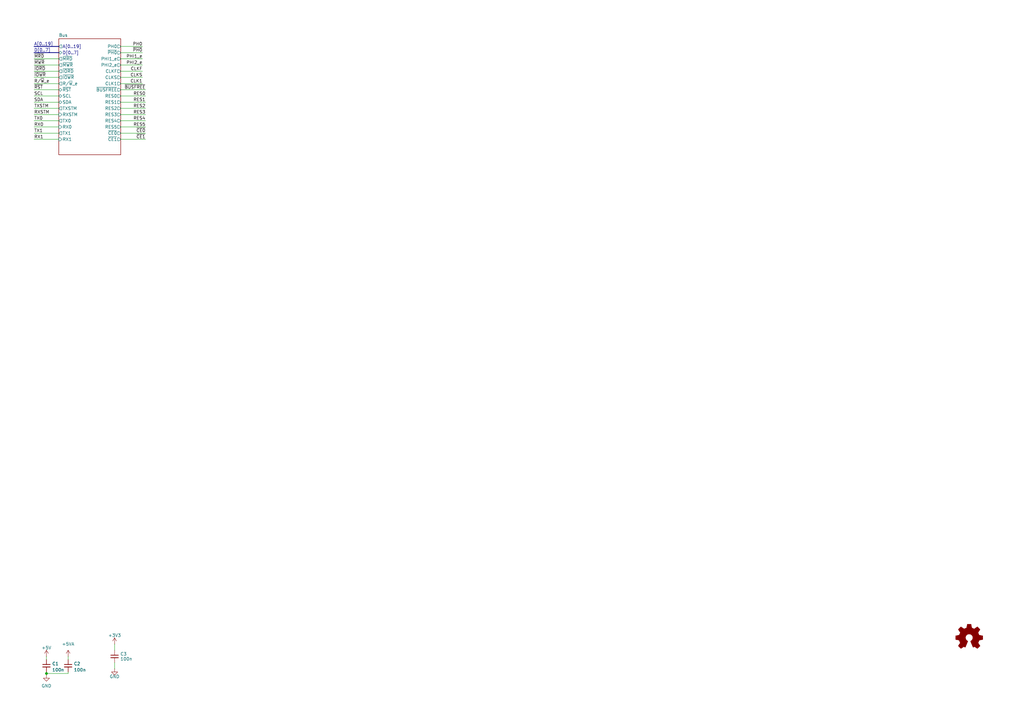
<source format=kicad_sch>
(kicad_sch (version 20231120) (generator "eeschema") (generator_version "8.0")
  (paper "A3")
  (title_block (title "Unicomp v3 - xxx Board") (date "2024-10-01") (rev "v1.0") (company "100% Offner") (comment 1 "v1.0: Initial"))
  (lib_symbols
    (symbol "Device:C_Small" (pin_numbers hide) (pin_names (offset 0.254) hide)
      (property "Reference" "C" (at 0.254 1.778 0))
      (property "Value" "C_Small" (at 0.254 -2.032 0))
      (symbol "C_Small_0_1"
        (polyline (pts (xy -1.524 -0.508) (xy 1.524 -0.508)) (stroke (width 0.3302)))
        (polyline (pts (xy -1.524 0.508) (xy 1.524 0.508)) (stroke (width 0.3048)))
      )
      (symbol "C_Small_1_1"
        (pin passive line (at 0 2.54 270) (length 2.032) (name "~") (number "1"))
        (pin passive line (at 0 -2.54 90) (length 2.032) (name "~") (number "2"))
      )
    )
    (symbol "Graphic:Logo_Open_Hardware_Small" (in_bom no) (on_board no)
      (symbol "Logo_Open_Hardware_Small_0_1"
        (polyline (pts (xy 3.3528 -4.3434) (xy 3.302 -4.318) (xy 3.175 -4.2418) (xy 2.9972 -4.1148) (xy 2.7686 -3.9624) (xy 2.54 -3.81) (xy 2.3622 -3.7084) (xy 2.2352 -3.6068) (xy 2.1844 -3.5814) (xy 2.159 -3.6068) (xy 2.0574 -3.6576) (xy 1.905 -3.7338) (xy 1.8034 -3.7846) (xy 1.6764 -3.8354) (xy 1.6002 -3.8354) (xy 1.6002 -3.8354) (xy 1.5494 -3.7338) (xy 1.4732 -3.5306) (xy 1.3462 -3.302) (xy 1.2446 -3.0226) (xy 1.1176 -2.7178) (xy 0.9652 -2.413) (xy 0.8636 -2.1082) (xy 0.7366 -1.8288) (xy 0.6604 -1.6256) (xy 0.6096 -1.4732) (xy 0.5842 -1.397) (xy 0.5842 -1.397) (xy 0.6604 -1.3208) (xy 0.7874 -1.2446) (xy 1.0414 -1.016) (xy 1.2954 -0.6858) (xy 1.4478 -0.3302) (xy 1.524 0.0762) (xy 1.4732 0.4572) (xy 1.3208 0.8128) (xy 1.0668 1.143) (xy 0.762 1.3716) (xy 0.4064 1.524) (xy 0 1.5748) (xy -0.381 1.5494) (xy -0.7366 1.397) (xy -1.0668 1.143) (xy -1.2192 0.9906) (xy -1.397 0.6604) (xy -1.524 0.3048) (xy -1.524 0.2286) (xy -1.4986 -0.1778) (xy -1.397 -0.5334) (xy -1.1938 -0.8636) (xy -0.9144 -1.143) (xy -0.8636 -1.1684) (xy -0.7366 -1.27) (xy -0.635 -1.3462) (xy -0.5842 -1.397) (xy -1.0668 -2.5908) (xy -1.143 -2.794) (xy -1.2954 -3.1242) (xy -1.397 -3.4036) (xy -1.4986 -3.6322) (xy -1.5748 -3.7846) (xy -1.6002 -3.8354) (xy -1.6002 -3.8354) (xy -1.651 -3.8354) (xy -1.7272 -3.81) (xy -1.905 -3.7338) (xy -2.0066 -3.683) (xy -2.1336 -3.6068) (xy -2.2098 -3.5814) (xy -2.2606 -3.6068) (xy -2.3622 -3.683) (xy -2.54 -3.81) (xy -2.7686 -3.9624) (xy -2.9718 -4.0894) (xy -3.1496 -4.2164) (xy -3.302 -4.318) (xy -3.3528 -4.3434) (xy -3.3782 -4.3434) (xy -3.429 -4.318) (xy -3.5306 -4.2164) (xy -3.7084 -4.064) (xy -3.937 -3.8354) (xy -3.9624 -3.81) (xy -4.1656 -3.6068) (xy -4.318 -3.4544) (xy -4.4196 -3.3274) (xy -4.445 -3.2766) (xy -4.445 -3.2766) (xy -4.4196 -3.2258) (xy -4.318 -3.0734) (xy -4.2164 -2.8956) (xy -4.064 -2.667) (xy -3.6576 -2.0828) (xy -3.8862 -1.5494) (xy -3.937 -1.3716) (xy -4.0386 -1.1684) (xy -4.0894 -1.0414) (xy -4.1148 -0.9652) (xy -4.191 -0.9398) (xy -4.318 -0.9144) (xy -4.5466 -0.8636) (xy -4.8006 -0.8128) (xy -5.0546 -0.7874) (xy -5.2578 -0.7366) (xy -5.4356 -0.7112) (xy -5.5118 -0.6858) (xy -5.5118 -0.6858) (xy -5.5372 -0.635) (xy -5.5372 -0.5588) (xy -5.5372 -0.4318) (xy -5.5626 -0.2286) (xy -5.5626 0.0762) (xy -5.5626 0.127) (xy -5.5372 0.4064) (xy -5.5372 0.635) (xy -5.5372 0.762) (xy -5.5372 0.8382) (xy -5.5372 0.8382) (xy -5.461 0.8382) (xy -5.3086 0.889) (xy -5.08 0.9144) (xy -4.826 0.9652) (xy -4.8006 0.9906) (xy -4.5466 1.0414) (xy -4.318 1.0668) (xy -4.1656 1.1176) (xy -4.0894 1.143) (xy -4.0894 1.143) (xy -4.0386 1.2446) (xy -3.9624 1.4224) (xy -3.8608 1.6256) (xy -3.7846 1.8288) (xy -3.7084 2.0066) (xy -3.6576 2.159) (xy -3.6322 2.2098) (xy -3.6322 2.2098) (xy -3.683 2.286) (xy -3.7592 2.413) (xy -3.8862 2.5908) (xy -4.064 2.8194) (xy -4.064 2.8448) (xy -4.2164 3.0734) (xy -4.3434 3.2512) (xy -4.4196 3.3782) (xy -4.445 3.4544) (xy -4.445 3.4544) (xy -4.3942 3.5052) (xy -4.2926 3.6322) (xy -4.1148 3.81) (xy -3.937 4.0132) (xy -3.8608 4.064) (xy -3.6576 4.2926) (xy -3.5052 4.4196) (xy -3.4036 4.4958) (xy -3.3528 4.5212) (xy -3.3528 4.5212) (xy -3.302 4.4704) (xy -3.1496 4.3688) (xy -2.9718 4.2418) (xy -2.7432 4.0894) (xy -2.7178 4.0894) (xy -2.4892 3.937) (xy -2.3114 3.81) (xy -2.1844 3.7084) (xy -2.1336 3.683) (xy -2.1082 3.683) (xy -2.032 3.7084) (xy -1.8542 3.7592) (xy -1.6764 3.8354) (xy -1.4732 3.937) (xy -1.27 4.0132) (xy -1.143 4.064) (xy -1.0668 4.1148) (xy -1.0668 4.1148) (xy -1.0414 4.191) (xy -1.016 4.3434) (xy -0.9652 4.572) (xy -0.9144 4.8514) (xy -0.889 4.9022) (xy -0.8382 5.1562) (xy -0.8128 5.3848) (xy -0.7874 5.5372) (xy -0.762 5.588) (xy -0.7112 5.6134) (xy -0.5842 5.6134) (xy -0.4064 5.6134) (xy -0.1524 5.6134) (xy 0.0762 5.6134) (xy 0.3302 5.6134) (xy 0.5334 5.6134) (xy 0.6858 5.588) (xy 0.7366 5.588) (xy 0.7366 5.588) (xy 0.762 5.5118) (xy 0.8128 5.334) (xy 0.8382 5.1054) (xy 0.9144 4.826) (xy 0.9144 4.7752) (xy 0.9652 4.5212) (xy 1.016 4.2926) (xy 1.0414 4.1402) (xy 1.0668 4.0894) (xy 1.0668 4.0894) (xy 1.1938 4.0386) (xy 1.3716 3.9624) (xy 1.5748 3.8608) (xy 2.0828 3.6576) (xy 2.7178 4.0894) (xy 2.7686 4.1402) (xy 2.9972 4.2926) (xy 3.175 4.4196) (xy 3.302 4.4958) (xy 3.3782 4.5212) (xy 3.3782 4.5212) (xy 3.429 4.4704) (xy 3.556 4.3434) (xy 3.7338 4.191) (xy 3.9116 3.9878) (xy 4.064 3.8354) (xy 4.2418 3.6576) (xy 4.3434 3.556) (xy 4.4196 3.4798) (xy 4.4196 3.429) (xy 4.4196 3.4036) (xy 4.3942 3.3274) (xy 4.2926 3.2004) (xy 4.1656 2.9972) (xy 4.0132 2.794) (xy 3.8862 2.5908) (xy 3.7592 2.3876) (xy 3.6576 2.2352) (xy 3.6322 2.159) (xy 3.6322 2.1336) (xy 3.683 2.0066) (xy 3.7592 1.8288) (xy 3.8608 1.6002) (xy 4.064 1.1176) (xy 4.3942 1.0414) (xy 4.5974 1.016) (xy 4.8768 0.9652) (xy 5.1308 0.9144) (xy 5.5372 0.8382) (xy 5.5626 -0.6604) (xy 5.4864 -0.6858) (xy 5.4356 -0.6858) (xy 5.2832 -0.7366) (xy 5.0546 -0.762) (xy 4.8006 -0.8128) (xy 4.5974 -0.8636) (xy 4.3688 -0.9144) (xy 4.2164 -0.9398) (xy 4.1402 -0.9398) (xy 4.1148 -0.9652) (xy 4.064 -1.0668) (xy 3.9878 -1.2446) (xy 3.9116 -1.4478) (xy 3.81 -1.651) (xy 3.7338 -1.8542) (xy 3.683 -2.0066) (xy 3.6576 -2.0828) (xy 3.683 -2.1336) (xy 3.7846 -2.2606) (xy 3.8862 -2.4638) (xy 4.0386 -2.667) (xy 4.191 -2.8956) (xy 4.318 -3.0734) (xy 4.3942 -3.2004) (xy 4.445 -3.2766) (xy 4.4196 -3.3274) (xy 4.3434 -3.429) (xy 4.1656 -3.5814) (xy 3.937 -3.8354) (xy 3.8862 -3.8608) (xy 3.683 -4.064) (xy 3.5306 -4.2164) (xy 3.4036 -4.318) (xy 3.3528 -4.3434)) (fill (type outline)))
      )
    )
    (symbol "power:+3V3" (power) (pin_numbers hide) (pin_names (offset 0) hide)
      (property "Value" "+3V3" (at 0 3.556 0))
      (symbol "+3V3_0_1"
        (polyline (pts (xy -0.762 1.27) (xy 0 2.54)))
        (polyline (pts (xy 0 0) (xy 0 2.54)))
        (polyline (pts (xy 0 2.54) (xy 0.762 1.27)))
      )
      (symbol "+3V3_1_1"
        (pin power_in line (at 0 0 90) (length 0) (name "~") (number "1"))
      )
    )
    (symbol "power:+5V" (power) (pin_numbers hide) (pin_names (offset 0) hide)
      (property "Value" "+5V" (at 0 3.556 0))
      (symbol "+5V_0_1"
        (polyline (pts (xy -0.762 1.27) (xy 0 2.54)))
        (polyline (pts (xy 0 0) (xy 0 2.54)))
        (polyline (pts (xy 0 2.54) (xy 0.762 1.27)))
      )
      (symbol "+5V_1_1"
        (pin power_in line (at 0 0 90) (length 0) (name "~") (number "1"))
      )
    )
    (symbol "power:+5VA" (power) (pin_numbers hide) (pin_names (offset 0) hide)
      (property "Value" "+5VA" (at 0 3.556 0))
      (symbol "+5VA_0_1"
        (polyline (pts (xy -0.762 1.27) (xy 0 2.54)))
        (polyline (pts (xy 0 0) (xy 0 2.54)))
        (polyline (pts (xy 0 2.54) (xy 0.762 1.27)))
      )
      (symbol "+5VA_1_1"
        (pin power_in line (at 0 0 90) (length 0) (name "~") (number "1"))
      )
    )
    (symbol "power:GND" (power) (pin_numbers hide) (pin_names (offset 0) hide)
      (property "Value" "GND" (at 0 -3.81 0))
      (symbol "GND_0_1"
        (polyline (pts (xy 0 0) (xy 0 -1.27) (xy 1.27 -1.27) (xy 0 -2.54) (xy -1.27 -1.27) (xy 0 -1.27)))
      )
      (symbol "GND_1_1"
        (pin power_in line (at 0 0 270) (length 0) (name "~") (number "1"))
      )
    )
  )
  (junction (at 19.05 276.225))
  (wire (pts (xy 13.97 39.37) (xy 24.13 39.37)))
  (wire (pts (xy 13.97 31.75) (xy 24.13 31.75)))
  (wire (pts (xy 13.97 41.91) (xy 24.13 41.91)))
  (wire (pts (xy 49.53 34.29) (xy 58.42 34.29)))
  (wire (pts (xy 19.05 276.86) (xy 19.05 276.225)))
  (wire (pts (xy 19.05 276.225) (xy 27.94 276.225)))
  (wire (pts (xy 49.53 46.99) (xy 59.69 46.99)))
  (wire (pts (xy 13.97 46.99) (xy 24.13 46.99)))
  (wire (pts (xy 49.53 54.61) (xy 59.69 54.61)))
  (wire (pts (xy 13.97 54.61) (xy 24.13 54.61)))
  (wire (pts (xy 49.53 26.67) (xy 58.42 26.67)))
  (wire (pts (xy 49.53 39.37) (xy 59.69 39.37)))
  (wire (pts (xy 13.97 34.29) (xy 24.13 34.29)))
  (wire (pts (xy 49.53 31.75) (xy 58.42 31.75)))
  (wire (pts (xy 49.53 41.91) (xy 59.69 41.91)))
  (bus (pts (xy 24.13 19.05) (xy 13.97 19.05)))
  (wire (pts (xy 13.97 57.15) (xy 24.13 57.15)))
  (wire (pts (xy 49.53 57.15) (xy 59.69 57.15)))
  (wire (pts (xy 49.53 24.13) (xy 58.42 24.13)))
  (wire (pts (xy 49.53 49.53) (xy 59.69 49.53)))
  (wire (pts (xy 13.97 36.83) (xy 24.13 36.83)))
  (wire (pts (xy 13.97 52.07) (xy 24.13 52.07)))
  (wire (pts (xy 49.53 52.07) (xy 59.69 52.07)))
  (wire (pts (xy 27.94 275.59) (xy 27.94 276.225)))
  (wire (pts (xy 49.53 36.83) (xy 59.69 36.83)))
  (wire (pts (xy 13.97 29.21) (xy 24.13 29.21)))
  (wire (pts (xy 46.99 271.78) (xy 46.99 274.32)))
  (wire (pts (xy 13.97 44.45) (xy 24.13 44.45)))
  (wire (pts (xy 49.53 19.05) (xy 58.42 19.05)))
  (wire (pts (xy 49.53 21.59) (xy 58.42 21.59)))
  (wire (pts (xy 13.97 24.13) (xy 24.13 24.13)))
  (wire (pts (xy 13.97 26.67) (xy 24.13 26.67)))
  (wire (pts (xy 49.53 44.45) (xy 59.69 44.45)))
  (wire (pts (xy 49.53 29.21) (xy 58.42 29.21)))
  (wire (pts (xy 19.05 269.24) (xy 19.05 270.51)))
  (wire (pts (xy 46.99 264.16) (xy 46.99 266.7)))
  (wire (pts (xy 13.97 49.53) (xy 24.13 49.53)))
  (bus (pts (xy 24.13 21.59) (xy 13.97 21.59)))
  (wire (pts (xy 19.05 276.225) (xy 19.05 275.59)))
  (wire (pts (xy 27.94 269.24) (xy 27.94 270.51)))
  (label "~{IOWR}" (at 13.97 31.75 0))
  (label "SDA" (at 13.97 41.91 0))
  (label "RES3" (at 59.69 46.99 180))
  (label "PHI2_e" (at 58.42 26.67 180))
  (label "TX0" (at 13.97 49.53 0))
  (label "PH0" (at 58.42 19.05 180))
  (label "TXSTM" (at 13.97 44.45 0))
  (label "CLKS" (at 58.42 31.75 180))
  (label "TX1" (at 13.97 54.61 0))
  (label "RX1" (at 13.97 57.15 0))
  (label "~{RST}" (at 13.97 36.83 0))
  (label "R{slash}~{W}_e" (at 13.97 34.29 0))
  (label "~{PH0}" (at 58.42 21.59 180))
  (label "CLKF" (at 58.42 29.21 180))
  (label "~{IORD}" (at 13.97 29.21 0))
  (label "~{CE0}" (at 59.69 54.61 180))
  (label "SCL" (at 13.97 39.37 0))
  (label "RES0" (at 59.69 39.37 180))
  (label "CLK1" (at 58.42 34.29 180))
  (label "D[0..7]" (at 13.97 21.59 0))
  (label "~{MWR}" (at 13.97 26.67 0))
  (label "RXSTM" (at 13.97 46.99 0))
  (label "~{CE1}" (at 59.69 57.15 180))
  (label "~{BUSFREE}" (at 59.69 36.83 180))
  (label "A[0..19]" (at 13.97 19.05 0))
  (label "~{MRD}" (at 13.97 24.13 0))
  (label "RES5" (at 59.69 52.07 180))
  (label "RX0" (at 13.97 52.07 0))
  (label "RES4" (at 59.69 49.53 180))
  (label "RES1" (at 59.69 41.91 180))
  (label "RES2" (at 59.69 44.45 180))
  (label "PHI1_e" (at 58.42 24.13 180))
  (symbol (lib_id "power:+3V3") (at 46.99 264.16 0) (unit 1)
    (property "Reference" "#PWR08" (effects (hide yes)))
    (property "Value" "+3V3" (at 46.99 260.5842 0))
    (property "Description" "Power symbol creates a global label with name \"+3V3\"" (effects (hide yes)))
  )
  (symbol (lib_id "Device:C_Small") (at 27.94 273.05 0) (unit 1)
    (property "Reference" "C2" (at 30.2641 272.2216 0) (effects (justify left)))
    (property "Value" "100n" (at 30.2641 274.7585 0) (effects (justify left)))
    (property "Footprint" "Capacitor_SMD:C_1206_3216Metric" (effects (hide yes)))
    (property "Description" "Unpolarized capacitor, small symbol" (effects (hide yes)))
  )
  (symbol (lib_id "power:GND") (at 19.05 276.86 0) (unit 1)
    (property "Reference" "#PWR03" (effects (hide yes)))
    (property "Value" "GND" (at 19.05 281.3034 0))
    (property "Description" "Power symbol creates a global label with name \"GND\" , ground" (effects (hide yes)))
  )
  (symbol (lib_id "power:GND") (at 46.99 274.32 0) (unit 1)
    (property "Reference" "#PWR09" (effects (hide yes)))
    (property "Value" "GND" (at 46.99 277.495 0))
    (property "Description" "Power symbol creates a global label with name \"GND\" , ground" (effects (hide yes)))
  )
  (symbol (lib_id "power:+5VA") (at 27.94 269.24 0) (unit 1)
    (property "Reference" "#PWR0121" (effects (hide yes)))
    (property "Value" "+5VA" (at 27.94 264.16 0))
    (property "Description" "Power symbol creates a global label with name \"+5VA\"" (effects (hide yes)))
  )
  (symbol (lib_id "Device:C_Small") (at 19.05 273.05 0) (unit 1)
    (property "Reference" "C1" (at 21.3741 272.2216 0) (effects (justify left)))
    (property "Value" "100n" (at 21.3741 274.7585 0) (effects (justify left)))
    (property "Footprint" "Capacitor_SMD:C_1206_3216Metric" (effects (hide yes)))
    (property "Description" "Unpolarized capacitor, small symbol" (effects (hide yes)))
  )
  (symbol (lib_id "Graphic:Logo_Open_Hardware_Small") (at 397.51 261.62 0) (unit 1) (exclude_from_sim yes) (in_bom no) (on_board no)
    (property "Reference" "#SYM1" (effects (hide yes)))
    (property "Value" "Logo_Open_Hardware_Small" (effects (hide yes)))
    (property "Description" "Open Hardware logo, small" (effects (hide yes)))
  )
  (symbol (lib_id "power:+5V") (at 19.05 269.24 0) (unit 1)
    (property "Reference" "#PWR02" (effects (hide yes)))
    (property "Value" "+5V" (at 19.05 265.6642 0))
    (property "Description" "Power symbol creates a global label with name \"+5V\"" (effects (hide yes)))
  )
  (symbol (lib_id "Device:C_Small") (at 46.99 269.24 0) (unit 1)
    (property "Reference" "C3" (at 49.3141 268.2223 0) (effects (justify left)))
    (property "Value" "100n" (at 49.3141 270.2703 0) (effects (justify left)))
    (property "Footprint" "Capacitor_SMD:C_1206_3216Metric" (effects (hide yes)))
    (property "Description" "Unpolarized capacitor, small symbol" (effects (hide yes)))
  )
  (sheet (at 24.13 15.875) (size 25.4 47.625) (stroke (width 0.1524))
    (property "Sheetname" "Bus" (at 24.13 15.1634 0) (effects (justify left bottom)))
    (property "Sheetfile" "bus.kicad_sch" (effects (hide yes)))
    (pin "D[0..7]" bidirectional (at 24.13 21.59 180))
    (pin "TXSTM" output (at 24.13 44.45 180))
    (pin "RXSTM" input (at 24.13 46.99 180))
    (pin "~{MRD}" output (at 24.13 24.13 180))
    (pin "~{IORD}" output (at 24.13 29.21 180))
    (pin "~{IOWR}" output (at 24.13 31.75 180))
    (pin "R{slash}~{W}_e" output (at 24.13 34.29 180))
    (pin "~{MWR}" output (at 24.13 26.67 180))
    (pin "~{RST}" bidirectional (at 24.13 36.83 180))
    (pin "PH0" output (at 49.53 19.05 0))
    (pin "CLKS" output (at 49.53 31.75 0))
    (pin "~{PH0}" output (at 49.53 21.59 0))
    (pin "CLKF" output (at 49.53 29.21 0))
    (pin "PHI1_e" output (at 49.53 24.13 0))
    (pin "PHI2_e" output (at 49.53 26.67 0))
    (pin "~{BUSFREE}" output (at 49.53 36.83 0))
    (pin "SCL" bidirectional (at 24.13 39.37 180))
    (pin "SDA" bidirectional (at 24.13 41.91 180))
    (pin "RES5" output (at 49.53 52.07 0))
    (pin "RES1" output (at 49.53 41.91 0))
    (pin "RES3" output (at 49.53 46.99 0))
    (pin "RX1" input (at 24.13 57.15 180))
    (pin "RX0" input (at 24.13 52.07 180))
    (pin "TX0" output (at 24.13 49.53 180))
    (pin "TX1" output (at 24.13 54.61 180))
    (pin "RES4" output (at 49.53 49.53 0))
    (pin "RES2" output (at 49.53 44.45 0))
    (pin "RES0" output (at 49.53 39.37 0))
    (pin "CLK1" output (at 49.53 34.29 0))
    (pin "A[0..19]" output (at 24.13 19.05 180))
    (pin "~{CE0}" output (at 49.53 54.61 0))
    (pin "~{CE1}" output (at 49.53 57.15 0))
  )
)
</source>
